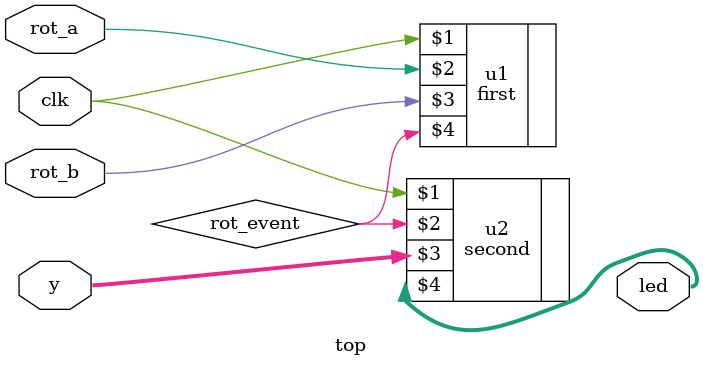
<source format=v>
`timescale 1ns / 1ps
module top(clk,rot_a,rot_b,y,led
    );
input clk,rot_a,rot_b;
input [1:0] y;

output [3:0] led;

wire [3:0] led;
wire rot_event;

first u1(clk,rot_a,rot_b,rot_event);
second u2(clk,rot_event,y,led);


endmodule

</source>
